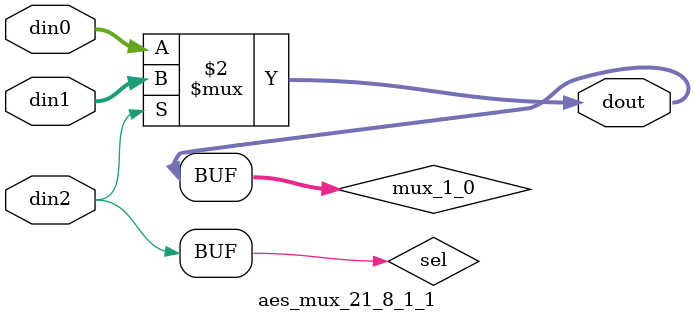
<source format=v>

`timescale 1ns/1ps

module aes_mux_21_8_1_1 #(
parameter
    ID                = 0,
    NUM_STAGE         = 1,
    din0_WIDTH       = 32,
    din1_WIDTH       = 32,
    din2_WIDTH         = 32,
    dout_WIDTH            = 32
)(
    input  [7 : 0]     din0,
    input  [7 : 0]     din1,
    input  [0 : 0]    din2,
    output [7 : 0]   dout);

// puts internal signals
wire [0 : 0]     sel;
// level 1 signals
wire [7 : 0]         mux_1_0;

assign sel = din2;

// Generate level 1 logic
assign mux_1_0 = (sel[0] == 0)? din0 : din1;

// output logic
assign dout = mux_1_0;

endmodule

</source>
